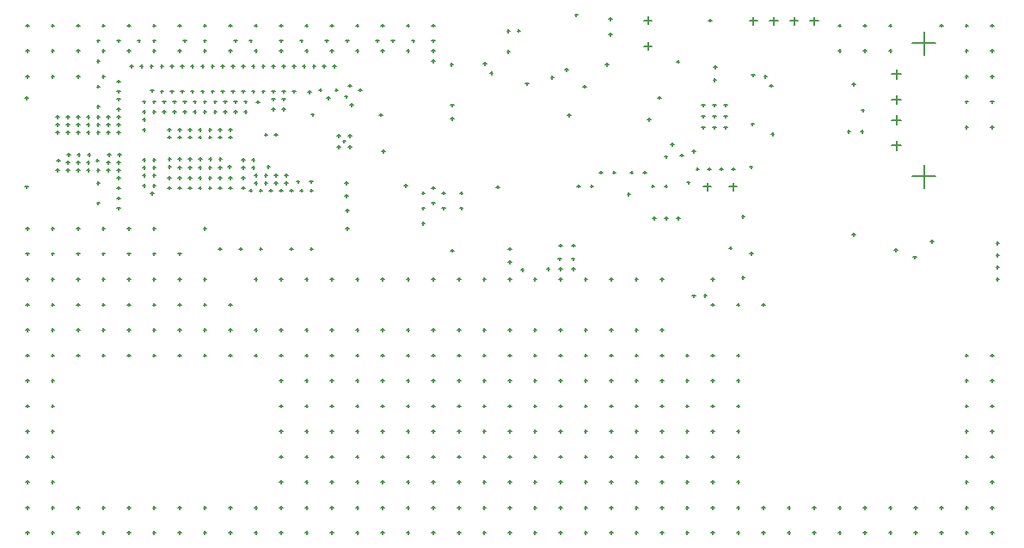
<source format=gbr>
%TF.GenerationSoftware,Altium Limited,Altium Designer,23.11.1 (41)*%
G04 Layer_Color=128*
%FSLAX45Y45*%
%MOMM*%
%TF.SameCoordinates,5A3C93BB-BC46-40EA-83D2-B686983C8B64*%
%TF.FilePolarity,Positive*%
%TF.FileFunction,Drillmap*%
%TF.Part,Single*%
G01*
G75*
%TA.AperFunction,NonConductor*%
%ADD94C,0.12700*%
D94*
X6324400Y5302500D02*
X6400600D01*
X6362500Y5264400D02*
Y5340600D01*
X6324400Y5048500D02*
X6400600D01*
X6362500Y5010400D02*
Y5086600D01*
X8966000Y5077000D02*
X9196000D01*
X9081000Y4962000D02*
Y5192000D01*
X8764000Y4520001D02*
X8856000D01*
X8810000Y4474001D02*
Y4566001D01*
X8764000Y4070000D02*
X8856000D01*
X8810000Y4024000D02*
Y4116000D01*
X8764000Y4320000D02*
X8856000D01*
X8810000Y4274000D02*
Y4366000D01*
X8966000Y3763000D02*
X9196000D01*
X9081000Y3648000D02*
Y3878000D01*
X8764000Y4770000D02*
X8856000D01*
X8810000Y4724000D02*
Y4816000D01*
X7760000Y5295000D02*
X7840000D01*
X7800000Y5255000D02*
Y5335000D01*
X7360000Y5295000D02*
X7440000D01*
X7400000Y5255000D02*
Y5335000D01*
X7560000Y5295000D02*
X7640000D01*
X7600000Y5255000D02*
Y5335000D01*
X7960000Y5295000D02*
X8040000D01*
X8000000Y5255000D02*
Y5335000D01*
X227500Y3662000D02*
X257500D01*
X242500Y3647000D02*
Y3677000D01*
X227500Y4538000D02*
X257500D01*
X242500Y4523000D02*
Y4553000D01*
X7164400Y3662500D02*
X7240600D01*
X7202500Y3624400D02*
Y3700600D01*
X6910400Y3662500D02*
X6986600D01*
X6948500Y3624400D02*
Y3700600D01*
X935000Y3700000D02*
X965000D01*
X950000Y3685000D02*
Y3715000D01*
X935000Y3500000D02*
X965000D01*
X950000Y3485000D02*
Y3515000D01*
X2335000Y3050000D02*
X2365000D01*
X2350000Y3035000D02*
Y3065000D01*
X2135000Y3050000D02*
X2165000D01*
X2150000Y3035000D02*
Y3065000D01*
X2535000Y3050000D02*
X2565000D01*
X2550000Y3035000D02*
Y3065000D01*
X2835000Y3050000D02*
X2865000D01*
X2850000Y3035000D02*
Y3065000D01*
X3035000Y3050000D02*
X3065000D01*
X3050000Y3035000D02*
Y3065000D01*
X4235000Y3500000D02*
X4265000D01*
X4250000Y3485000D02*
Y3515000D01*
X4235000Y3650000D02*
X4265000D01*
X4250000Y3635000D02*
Y3665000D01*
X4235000Y4900000D02*
X4265000D01*
X4250000Y4885000D02*
Y4915000D01*
X4235000Y5100000D02*
X4265000D01*
X4250000Y5085000D02*
Y5115000D01*
X4035000Y5100000D02*
X4065000D01*
X4050000Y5085000D02*
Y5115000D01*
X3835000Y5100000D02*
X3865000D01*
X3850000Y5085000D02*
Y5115000D01*
X3685000Y5100000D02*
X3715000D01*
X3700000Y5085000D02*
Y5115000D01*
X3385000Y5100000D02*
X3415000D01*
X3400000Y5085000D02*
Y5115000D01*
X3185000Y5100000D02*
X3215000D01*
X3200000Y5085000D02*
Y5115000D01*
X2935000Y5100000D02*
X2965000D01*
X2950000Y5085000D02*
Y5115000D01*
X2735000Y5100000D02*
X2765000D01*
X2750000Y5085000D02*
Y5115000D01*
X2435000Y5100000D02*
X2465000D01*
X2450000Y5085000D02*
Y5115000D01*
X2285000Y5100000D02*
X2315000D01*
X2300000Y5085000D02*
Y5115000D01*
X1985000Y5100000D02*
X2015000D01*
X2000000Y5085000D02*
Y5115000D01*
X1785000Y5100000D02*
X1815000D01*
X1800000Y5085000D02*
Y5115000D01*
X1485000Y5100000D02*
X1515000D01*
X1500000Y5085000D02*
Y5115000D01*
X1335000Y5100000D02*
X1365000D01*
X1350000Y5085000D02*
Y5115000D01*
X1135000Y5100000D02*
X1165000D01*
X1150000Y5085000D02*
Y5115000D01*
X935000Y5100000D02*
X965000D01*
X950000Y5085000D02*
Y5115000D01*
X935000Y4900000D02*
X965000D01*
X950000Y4885000D02*
Y4915000D01*
X935000Y4450000D02*
X965000D01*
X950000Y4435000D02*
Y4465000D01*
X935000Y4650000D02*
X965000D01*
X950000Y4635000D02*
Y4665000D01*
X5615000Y2850000D02*
X5645000D01*
X5630000Y2835000D02*
Y2865000D01*
X5485000Y2850000D02*
X5515000D01*
X5500000Y2835000D02*
Y2865000D01*
X5365000Y2850000D02*
X5395000D01*
X5380000Y2835000D02*
Y2865000D01*
X5110000Y2845000D02*
X5140000D01*
X5125000Y2830000D02*
Y2860000D01*
X4985000Y2920000D02*
X5015000D01*
X5000000Y2905000D02*
Y2935000D01*
X4985000Y3050000D02*
X5015000D01*
X5000000Y3035000D02*
Y3065000D01*
X5480000Y2950000D02*
X5510000D01*
X5495000Y2935000D02*
Y2965000D01*
X5610000Y2950000D02*
X5640000D01*
X5625000Y2935000D02*
Y2965000D01*
X4335000Y3450000D02*
X4365000D01*
X4350000Y3435000D02*
Y3465000D01*
X4335000Y3600000D02*
X4365000D01*
X4350000Y3585000D02*
Y3615000D01*
X4510000Y3450000D02*
X4540000D01*
X4525000Y3435000D02*
Y3465000D01*
X4510000Y3600000D02*
X4540000D01*
X4525000Y3585000D02*
Y3615000D01*
X3960000Y3675000D02*
X3990000D01*
X3975000Y3660000D02*
Y3690000D01*
X4135000Y3600000D02*
X4165000D01*
X4150000Y3585000D02*
Y3615000D01*
X4135000Y3450000D02*
X4165000D01*
X4150000Y3435000D02*
Y3465000D01*
X4135000Y3300000D02*
X4165000D01*
X4150000Y3285000D02*
Y3315000D01*
X3385000Y3250000D02*
X3415000D01*
X3400000Y3235000D02*
Y3265000D01*
X3385000Y3425000D02*
X3415000D01*
X3400000Y3410000D02*
Y3440000D01*
X2485000Y3700000D02*
X2515000D01*
X2500000Y3685000D02*
Y3715000D01*
X2585000Y3700000D02*
X2615000D01*
X2600000Y3685000D02*
Y3715000D01*
X2135000Y3850000D02*
X2165000D01*
X2150000Y3835000D02*
Y3865000D01*
X1485000Y3775000D02*
X1515000D01*
X1500000Y3760000D02*
Y3790000D01*
X1485000Y3675000D02*
X1515000D01*
X1500000Y3660000D02*
Y3690000D01*
X2360000Y3750000D02*
X2390000D01*
X2375000Y3735000D02*
Y3765000D01*
X2360000Y3650000D02*
X2390000D01*
X2375000Y3635000D02*
Y3665000D01*
X2235000Y3650000D02*
X2265000D01*
X2250000Y3635000D02*
Y3665000D01*
X2135000Y3650000D02*
X2165000D01*
X2150000Y3635000D02*
Y3665000D01*
X2035000Y3650000D02*
X2065000D01*
X2050000Y3635000D02*
Y3665000D01*
X1935000Y3650000D02*
X1965000D01*
X1950000Y3635000D02*
Y3665000D01*
X1835000Y3650000D02*
X1865000D01*
X1850000Y3635000D02*
Y3665000D01*
X1735000Y3650000D02*
X1765000D01*
X1750000Y3635000D02*
Y3665000D01*
X1635000Y3650000D02*
X1665000D01*
X1650000Y3635000D02*
Y3665000D01*
X3035000Y3625000D02*
X3065000D01*
X3050000Y3610000D02*
Y3640000D01*
X2935000Y3625000D02*
X2965000D01*
X2950000Y3610000D02*
Y3640000D01*
X2835000Y3625000D02*
X2865000D01*
X2850000Y3610000D02*
Y3640000D01*
X2735000Y3625000D02*
X2765000D01*
X2750000Y3610000D02*
Y3640000D01*
X2635000Y3625000D02*
X2665000D01*
X2650000Y3610000D02*
Y3640000D01*
X2535000Y3625000D02*
X2565000D01*
X2550000Y3610000D02*
Y3640000D01*
X2435000Y3625000D02*
X2465000D01*
X2450000Y3610000D02*
Y3640000D01*
X2235000Y3750000D02*
X2265000D01*
X2250000Y3735000D02*
Y3765000D01*
X2135000Y3750000D02*
X2165000D01*
X2150000Y3735000D02*
Y3765000D01*
X2035000Y3750000D02*
X2065000D01*
X2050000Y3735000D02*
Y3765000D01*
X1935000Y3750000D02*
X1965000D01*
X1950000Y3735000D02*
Y3765000D01*
X1835000Y3750000D02*
X1865000D01*
X1850000Y3735000D02*
Y3765000D01*
X1735000Y3750000D02*
X1765000D01*
X1750000Y3735000D02*
Y3765000D01*
X1635000Y3750000D02*
X1665000D01*
X1650000Y3735000D02*
Y3765000D01*
X2485000Y3775000D02*
X2515000D01*
X2500000Y3760000D02*
Y3790000D01*
X2585000Y3775000D02*
X2615000D01*
X2600000Y3760000D02*
Y3790000D01*
X2685000Y3700000D02*
X2715000D01*
X2700000Y3685000D02*
Y3715000D01*
X2785000Y3700000D02*
X2815000D01*
X2800000Y3685000D02*
Y3715000D01*
X2685000Y3775000D02*
X2715000D01*
X2700000Y3760000D02*
Y3790000D01*
X2785000Y3775000D02*
X2815000D01*
X2800000Y3760000D02*
Y3790000D01*
X2360000Y3850000D02*
X2390000D01*
X2375000Y3835000D02*
Y3865000D01*
X2460000Y3850000D02*
X2490000D01*
X2475000Y3835000D02*
Y3865000D01*
X1935000Y3850000D02*
X1965000D01*
X1950000Y3835000D02*
Y3865000D01*
X2035000Y3850000D02*
X2065000D01*
X2050000Y3835000D02*
Y3865000D01*
X1735000Y3850000D02*
X1765000D01*
X1750000Y3835000D02*
Y3865000D01*
X1835000Y3850000D02*
X1865000D01*
X1850000Y3835000D02*
Y3865000D01*
X2360000Y3925000D02*
X2390000D01*
X2375000Y3910000D02*
Y3940000D01*
X2460000Y3925000D02*
X2490000D01*
X2475000Y3910000D02*
Y3940000D01*
X1385000Y3775000D02*
X1415000D01*
X1400000Y3760000D02*
Y3790000D01*
X1385000Y3675000D02*
X1415000D01*
X1400000Y3660000D02*
Y3690000D01*
X1135000Y3550000D02*
X1165000D01*
X1150000Y3535000D02*
Y3565000D01*
X1135000Y3450000D02*
X1165000D01*
X1150000Y3435000D02*
Y3465000D01*
X1135000Y3750000D02*
X1165000D01*
X1150000Y3735000D02*
Y3765000D01*
X1135000Y3650000D02*
X1165000D01*
X1150000Y3635000D02*
Y3665000D01*
X1135000Y4700000D02*
X1165000D01*
X1150000Y4685000D02*
Y4715000D01*
X1135000Y4600000D02*
X1165000D01*
X1150000Y4585000D02*
Y4615000D01*
X1135000Y4525000D02*
X1165000D01*
X1150000Y4510000D02*
Y4540000D01*
X1135000Y4425000D02*
X1165000D01*
X1150000Y4410000D02*
Y4440000D01*
X1385000Y4325000D02*
X1415000D01*
X1400000Y4310000D02*
Y4340000D01*
X1385000Y4225000D02*
X1415000D01*
X1400000Y4210000D02*
Y4240000D01*
X1485000Y3850000D02*
X1515000D01*
X1500000Y3835000D02*
Y3865000D01*
X1385000Y3850000D02*
X1415000D01*
X1400000Y3835000D02*
Y3865000D01*
X1485000Y3925000D02*
X1515000D01*
X1500000Y3910000D02*
Y3940000D01*
X1385000Y3925000D02*
X1415000D01*
X1400000Y3910000D02*
Y3940000D01*
X2685000Y4175000D02*
X2715000D01*
X2700000Y4160000D02*
Y4190000D01*
X2585000Y4175000D02*
X2615000D01*
X2600000Y4160000D02*
Y4190000D01*
X2760000Y4425000D02*
X2790000D01*
X2775000Y4410000D02*
Y4440000D01*
X2760000Y4525000D02*
X2790000D01*
X2775000Y4510000D02*
Y4540000D01*
X2660000Y4425000D02*
X2690000D01*
X2675000Y4410000D02*
Y4440000D01*
X2660000Y4525000D02*
X2690000D01*
X2675000Y4510000D02*
Y4540000D01*
X2385000Y4400000D02*
X2415000D01*
X2400000Y4385000D02*
Y4415000D01*
X2385000Y4500000D02*
X2415000D01*
X2400000Y4485000D02*
Y4515000D01*
X2085000Y4500000D02*
X2115000D01*
X2100000Y4485000D02*
Y4515000D01*
X2185000Y4500000D02*
X2215000D01*
X2200000Y4485000D02*
Y4515000D01*
X2285000Y4500000D02*
X2315000D01*
X2300000Y4485000D02*
Y4515000D01*
X2085000Y4400000D02*
X2115000D01*
X2100000Y4385000D02*
Y4415000D01*
X2185000Y4400000D02*
X2215000D01*
X2200000Y4385000D02*
Y4415000D01*
X2285000Y4400000D02*
X2315000D01*
X2300000Y4385000D02*
Y4415000D01*
X3260000Y4850000D02*
X3290000D01*
X3275000Y4835000D02*
Y4865000D01*
X3160000Y4850000D02*
X3190000D01*
X3175000Y4835000D02*
Y4865000D01*
X3060000Y4850000D02*
X3090000D01*
X3075000Y4835000D02*
Y4865000D01*
X2960000Y4850000D02*
X2990000D01*
X2975000Y4835000D02*
Y4865000D01*
X2860000Y4850000D02*
X2890000D01*
X2875000Y4835000D02*
Y4865000D01*
X2760000Y4850000D02*
X2790000D01*
X2775000Y4835000D02*
Y4865000D01*
X2660000Y4850000D02*
X2690000D01*
X2675000Y4835000D02*
Y4865000D01*
X2560000Y4850000D02*
X2590000D01*
X2575000Y4835000D02*
Y4865000D01*
X2460000Y4850000D02*
X2490000D01*
X2475000Y4835000D02*
Y4865000D01*
X2360000Y4850000D02*
X2390000D01*
X2375000Y4835000D02*
Y4865000D01*
X2260000Y4850000D02*
X2290000D01*
X2275000Y4835000D02*
Y4865000D01*
X2160000Y4850000D02*
X2190000D01*
X2175000Y4835000D02*
Y4865000D01*
X2060000Y4850000D02*
X2090000D01*
X2075000Y4835000D02*
Y4865000D01*
X1960000Y4850000D02*
X1990000D01*
X1975000Y4835000D02*
Y4865000D01*
X1860000Y4850000D02*
X1890000D01*
X1875000Y4835000D02*
Y4865000D01*
X1760000Y4850000D02*
X1790000D01*
X1775000Y4835000D02*
Y4865000D01*
X1660000Y4850000D02*
X1690000D01*
X1675000Y4835000D02*
Y4865000D01*
X1560000Y4850000D02*
X1590000D01*
X1575000Y4835000D02*
Y4865000D01*
X1460000Y4850000D02*
X1490000D01*
X1475000Y4835000D02*
Y4865000D01*
X1360000Y4850000D02*
X1390000D01*
X1375000Y4835000D02*
Y4865000D01*
X1260000Y4850000D02*
X1290000D01*
X1275000Y4835000D02*
Y4865000D01*
X2860000Y4600000D02*
X2890000D01*
X2875000Y4585000D02*
Y4615000D01*
X2760000Y4600000D02*
X2790000D01*
X2775000Y4585000D02*
Y4615000D01*
X2660000Y4600000D02*
X2690000D01*
X2675000Y4585000D02*
Y4615000D01*
X2560000Y4600000D02*
X2590000D01*
X2575000Y4585000D02*
Y4615000D01*
X2460000Y4600000D02*
X2490000D01*
X2475000Y4585000D02*
Y4615000D01*
X2360000Y4600000D02*
X2390000D01*
X2375000Y4585000D02*
Y4615000D01*
X2260000Y4600000D02*
X2290000D01*
X2275000Y4585000D02*
Y4615000D01*
X1985000Y4400000D02*
X2015000D01*
X2000000Y4385000D02*
Y4415000D01*
X1885000Y4400000D02*
X1915000D01*
X1900000Y4385000D02*
Y4415000D01*
X1785000Y4400000D02*
X1815000D01*
X1800000Y4385000D02*
Y4415000D01*
X1685000Y4400000D02*
X1715000D01*
X1700000Y4385000D02*
Y4415000D01*
X1585000Y4400000D02*
X1615000D01*
X1600000Y4385000D02*
Y4415000D01*
X1485000Y4400000D02*
X1515000D01*
X1500000Y4385000D02*
Y4415000D01*
X1385000Y4400000D02*
X1415000D01*
X1400000Y4385000D02*
Y4415000D01*
X1985000Y4500000D02*
X2015000D01*
X2000000Y4485000D02*
Y4515000D01*
X1885000Y4500000D02*
X1915000D01*
X1900000Y4485000D02*
Y4515000D01*
X1785000Y4500000D02*
X1815000D01*
X1800000Y4485000D02*
Y4515000D01*
X1685000Y4500000D02*
X1715000D01*
X1700000Y4485000D02*
Y4515000D01*
X1585000Y4500000D02*
X1615000D01*
X1600000Y4485000D02*
Y4515000D01*
X1485000Y4500000D02*
X1515000D01*
X1500000Y4485000D02*
Y4515000D01*
X1385000Y4500000D02*
X1415000D01*
X1400000Y4485000D02*
Y4515000D01*
X2160000Y4600000D02*
X2190000D01*
X2175000Y4585000D02*
Y4615000D01*
X2060000Y4600000D02*
X2090000D01*
X2075000Y4585000D02*
Y4615000D01*
X1960000Y4600000D02*
X1990000D01*
X1975000Y4585000D02*
Y4615000D01*
X1860000Y4600000D02*
X1890000D01*
X1875000Y4585000D02*
Y4615000D01*
X1760000Y4600000D02*
X1790000D01*
X1775000Y4585000D02*
Y4615000D01*
X1660000Y4600000D02*
X1690000D01*
X1675000Y4585000D02*
Y4615000D01*
X1560000Y4600000D02*
X1590000D01*
X1575000Y4585000D02*
Y4615000D01*
X1135000Y3900000D02*
X1165000D01*
X1150000Y3885000D02*
Y3915000D01*
X1035000Y3900000D02*
X1065000D01*
X1050000Y3885000D02*
Y3915000D01*
X835000Y3900000D02*
X865000D01*
X850000Y3885000D02*
Y3915000D01*
X735000Y3900000D02*
X765000D01*
X750000Y3885000D02*
Y3915000D01*
X635000Y3900000D02*
X665000D01*
X650000Y3885000D02*
Y3915000D01*
X535000Y3825000D02*
X565000D01*
X550000Y3810000D02*
Y3840000D01*
X635000Y3825000D02*
X665000D01*
X650000Y3810000D02*
Y3840000D01*
X735000Y3825000D02*
X765000D01*
X750000Y3810000D02*
Y3840000D01*
X835000Y3825000D02*
X865000D01*
X850000Y3810000D02*
Y3840000D01*
X935000Y3825000D02*
X965000D01*
X950000Y3810000D02*
Y3840000D01*
X1035000Y3825000D02*
X1065000D01*
X1050000Y3810000D02*
Y3840000D01*
X1135000Y3825000D02*
X1165000D01*
X1150000Y3810000D02*
Y3840000D01*
X535000Y4350000D02*
X565000D01*
X550000Y4335000D02*
Y4365000D01*
X635000Y4350000D02*
X665000D01*
X650000Y4335000D02*
Y4365000D01*
X735000Y4350000D02*
X765000D01*
X750000Y4335000D02*
Y4365000D01*
X835000Y4350000D02*
X865000D01*
X850000Y4335000D02*
Y4365000D01*
X935000Y4350000D02*
X965000D01*
X950000Y4335000D02*
Y4365000D01*
X1035000Y4350000D02*
X1065000D01*
X1050000Y4335000D02*
Y4365000D01*
X1135000Y4350000D02*
X1165000D01*
X1150000Y4335000D02*
Y4365000D01*
X535000Y4275000D02*
X565000D01*
X550000Y4260000D02*
Y4290000D01*
X635000Y4275000D02*
X665000D01*
X650000Y4260000D02*
Y4290000D01*
X735000Y4275000D02*
X765000D01*
X750000Y4260000D02*
Y4290000D01*
X835000Y4275000D02*
X865000D01*
X850000Y4260000D02*
Y4290000D01*
X935000Y4275000D02*
X965000D01*
X950000Y4260000D02*
Y4290000D01*
X1035000Y4275000D02*
X1065000D01*
X1050000Y4260000D02*
Y4290000D01*
X1135000Y4275000D02*
X1165000D01*
X1150000Y4260000D02*
Y4290000D01*
X642500Y3977500D02*
X672500D01*
X657500Y3962500D02*
Y3992500D01*
X742500Y3977500D02*
X772500D01*
X757500Y3962500D02*
Y3992500D01*
X842500Y3977500D02*
X872500D01*
X857500Y3962500D02*
Y3992500D01*
X1042500Y3977500D02*
X1072500D01*
X1057500Y3962500D02*
Y3992500D01*
X1142500Y3977500D02*
X1172500D01*
X1157500Y3962500D02*
Y3992500D01*
X1637500Y3935000D02*
X1667500D01*
X1652500Y3920000D02*
Y3950000D01*
X1737500Y3935000D02*
X1767500D01*
X1752500Y3920000D02*
Y3950000D01*
X1837500Y3935000D02*
X1867500D01*
X1852500Y3920000D02*
Y3950000D01*
X1937500Y3935000D02*
X1967500D01*
X1952500Y3920000D02*
Y3950000D01*
X2037500Y3935000D02*
X2067500D01*
X2052500Y3920000D02*
Y3950000D01*
X2137500Y3935000D02*
X2167500D01*
X2152500Y3920000D02*
Y3950000D01*
X1635000Y4225000D02*
X1665000D01*
X1650000Y4210000D02*
Y4240000D01*
X1735000Y4225000D02*
X1765000D01*
X1750000Y4210000D02*
Y4240000D01*
X1835000Y4225000D02*
X1865000D01*
X1850000Y4210000D02*
Y4240000D01*
X1935000Y4225000D02*
X1965000D01*
X1950000Y4210000D02*
Y4240000D01*
X2035000Y4225000D02*
X2065000D01*
X2050000Y4210000D02*
Y4240000D01*
X2135000Y4225000D02*
X2165000D01*
X2150000Y4210000D02*
Y4240000D01*
X2235000Y4225000D02*
X2265000D01*
X2250000Y4210000D02*
Y4240000D01*
X1635000Y4150000D02*
X1665000D01*
X1650000Y4135000D02*
Y4165000D01*
X1735000Y4150000D02*
X1765000D01*
X1750000Y4135000D02*
Y4165000D01*
X1835000Y4150000D02*
X1865000D01*
X1850000Y4135000D02*
Y4165000D01*
X1935000Y4150000D02*
X1965000D01*
X1950000Y4135000D02*
Y4165000D01*
X2035000Y4150000D02*
X2065000D01*
X2050000Y4135000D02*
Y4165000D01*
X2135000Y4150000D02*
X2165000D01*
X2150000Y4135000D02*
Y4165000D01*
X2235000Y4150000D02*
X2265000D01*
X2250000Y4135000D02*
Y4165000D01*
X1135000Y4200000D02*
X1165000D01*
X1150000Y4185000D02*
Y4215000D01*
X1035000Y4200000D02*
X1065000D01*
X1050000Y4185000D02*
Y4215000D01*
X935000Y4200000D02*
X965000D01*
X950000Y4185000D02*
Y4215000D01*
X835000Y4200000D02*
X865000D01*
X850000Y4185000D02*
Y4215000D01*
X735000Y4200000D02*
X765000D01*
X750000Y4185000D02*
Y4215000D01*
X635000Y4200000D02*
X665000D01*
X650000Y4185000D02*
Y4215000D01*
X535000Y4200000D02*
X565000D01*
X550000Y4185000D02*
Y4215000D01*
X6985000Y2750000D02*
X7015000D01*
X7000000Y2735000D02*
Y2765000D01*
X6485000Y2750000D02*
X6515000D01*
X6500000Y2735000D02*
Y2765000D01*
X6235000Y2750000D02*
X6265000D01*
X6250000Y2735000D02*
Y2765000D01*
X5985000Y2750000D02*
X6015000D01*
X6000000Y2735000D02*
Y2765000D01*
X5485000Y2750000D02*
X5515000D01*
X5500000Y2735000D02*
Y2765000D01*
X5735000Y2750000D02*
X5765000D01*
X5750000Y2735000D02*
Y2765000D01*
X5235000Y2750000D02*
X5265000D01*
X5250000Y2735000D02*
Y2765000D01*
X4985000Y2750000D02*
X5015000D01*
X5000000Y2735000D02*
Y2765000D01*
X4735000Y2750000D02*
X4765000D01*
X4750000Y2735000D02*
Y2765000D01*
X4485000Y2750000D02*
X4515000D01*
X4500000Y2735000D02*
Y2765000D01*
X4235000Y2750000D02*
X4265000D01*
X4250000Y2735000D02*
Y2765000D01*
X3985000Y2750000D02*
X4015000D01*
X4000000Y2735000D02*
Y2765000D01*
X3735000Y2750000D02*
X3765000D01*
X3750000Y2735000D02*
Y2765000D01*
X3485000Y2750000D02*
X3515000D01*
X3500000Y2735000D02*
Y2765000D01*
X3235000Y2750000D02*
X3265000D01*
X3250000Y2735000D02*
Y2765000D01*
X2985000Y2750000D02*
X3015000D01*
X3000000Y2735000D02*
Y2765000D01*
X2735000Y2750000D02*
X2765000D01*
X2750000Y2735000D02*
Y2765000D01*
X2485000Y2750000D02*
X2515000D01*
X2500000Y2735000D02*
Y2765000D01*
X7485000Y2500000D02*
X7515000D01*
X7500000Y2485000D02*
Y2515000D01*
X7235000Y2500000D02*
X7265000D01*
X7250000Y2485000D02*
Y2515000D01*
X6985000Y2500000D02*
X7015000D01*
X7000000Y2485000D02*
Y2515000D01*
X6485000Y2250000D02*
X6515000D01*
X6500000Y2235000D02*
Y2265000D01*
X5985000Y2250000D02*
X6015000D01*
X6000000Y2235000D02*
Y2265000D01*
X6235000Y2250000D02*
X6265000D01*
X6250000Y2235000D02*
Y2265000D01*
X5735000Y2250000D02*
X5765000D01*
X5750000Y2235000D02*
Y2265000D01*
X5485000Y2250000D02*
X5515000D01*
X5500000Y2235000D02*
Y2265000D01*
X5235000Y2250000D02*
X5265000D01*
X5250000Y2235000D02*
Y2265000D01*
X4985000Y2250000D02*
X5015000D01*
X5000000Y2235000D02*
Y2265000D01*
X4735000Y2250000D02*
X4765000D01*
X4750000Y2235000D02*
Y2265000D01*
X4485000Y2250000D02*
X4515000D01*
X4500000Y2235000D02*
Y2265000D01*
X4235000Y2250000D02*
X4265000D01*
X4250000Y2235000D02*
Y2265000D01*
X3985000Y2250000D02*
X4015000D01*
X4000000Y2235000D02*
Y2265000D01*
X3735000Y2250000D02*
X3765000D01*
X3750000Y2235000D02*
Y2265000D01*
X3485000Y2250000D02*
X3515000D01*
X3500000Y2235000D02*
Y2265000D01*
X3235000Y2250000D02*
X3265000D01*
X3250000Y2235000D02*
Y2265000D01*
X2735000Y2250000D02*
X2765000D01*
X2750000Y2235000D02*
Y2265000D01*
X2985000Y2250000D02*
X3015000D01*
X3000000Y2235000D02*
Y2265000D01*
X2235000Y2500000D02*
X2265000D01*
X2250000Y2485000D02*
Y2515000D01*
X2485000Y2250000D02*
X2515000D01*
X2500000Y2235000D02*
Y2265000D01*
X2235000Y2250000D02*
X2265000D01*
X2250000Y2235000D02*
Y2265000D01*
X2485000Y2000000D02*
X2515000D01*
X2500000Y1985000D02*
Y2015000D01*
X2235000Y2000000D02*
X2265000D01*
X2250000Y1985000D02*
Y2015000D01*
X735000Y3250000D02*
X765000D01*
X750000Y3235000D02*
Y3265000D01*
X985000Y3250000D02*
X1015000D01*
X1000000Y3235000D02*
Y3265000D01*
X1235000Y3250000D02*
X1265000D01*
X1250000Y3235000D02*
Y3265000D01*
X1485000Y3250000D02*
X1515000D01*
X1500000Y3235000D02*
Y3265000D01*
X1985000Y3250000D02*
X2015000D01*
X2000000Y3235000D02*
Y3265000D01*
X735000Y3000000D02*
X765000D01*
X750000Y2985000D02*
Y3015000D01*
X985000Y3000000D02*
X1015000D01*
X1000000Y2985000D02*
Y3015000D01*
X1235000Y3000000D02*
X1265000D01*
X1250000Y2985000D02*
Y3015000D01*
X1485000Y3000000D02*
X1515000D01*
X1500000Y2985000D02*
Y3015000D01*
X1735000Y3000000D02*
X1765000D01*
X1750000Y2985000D02*
Y3015000D01*
X735000Y2750000D02*
X765000D01*
X750000Y2735000D02*
Y2765000D01*
X985000Y2750000D02*
X1015000D01*
X1000000Y2735000D02*
Y2765000D01*
X1235000Y2750000D02*
X1265000D01*
X1250000Y2735000D02*
Y2765000D01*
X1485000Y2750000D02*
X1515000D01*
X1500000Y2735000D02*
Y2765000D01*
X1735000Y2750000D02*
X1765000D01*
X1750000Y2735000D02*
Y2765000D01*
X1985000Y2750000D02*
X2015000D01*
X2000000Y2735000D02*
Y2765000D01*
X735000Y2500000D02*
X765000D01*
X750000Y2485000D02*
Y2515000D01*
X985000Y2500000D02*
X1015000D01*
X1000000Y2485000D02*
Y2515000D01*
X1235000Y2500000D02*
X1265000D01*
X1250000Y2485000D02*
Y2515000D01*
X1485000Y2500000D02*
X1515000D01*
X1500000Y2485000D02*
Y2515000D01*
X1735000Y2500000D02*
X1765000D01*
X1750000Y2485000D02*
Y2515000D01*
X1985000Y2500000D02*
X2015000D01*
X2000000Y2485000D02*
Y2515000D01*
X735000Y2250000D02*
X765000D01*
X750000Y2235000D02*
Y2265000D01*
X985000Y2250000D02*
X1015000D01*
X1000000Y2235000D02*
Y2265000D01*
X1235000Y2250000D02*
X1265000D01*
X1250000Y2235000D02*
Y2265000D01*
X1485000Y2250000D02*
X1515000D01*
X1500000Y2235000D02*
Y2265000D01*
X1735000Y2250000D02*
X1765000D01*
X1750000Y2235000D02*
Y2265000D01*
X1985000Y2250000D02*
X2015000D01*
X2000000Y2235000D02*
Y2265000D01*
X1985000Y2000000D02*
X2015000D01*
X2000000Y1985000D02*
Y2015000D01*
X1735000Y2000000D02*
X1765000D01*
X1750000Y1985000D02*
Y2015000D01*
X1485000Y2000000D02*
X1515000D01*
X1500000Y1985000D02*
Y2015000D01*
X1235000Y2000000D02*
X1265000D01*
X1250000Y1985000D02*
Y2015000D01*
X985000Y2000000D02*
X1015000D01*
X1000000Y1985000D02*
Y2015000D01*
X735000Y2000000D02*
X765000D01*
X750000Y1985000D02*
Y2015000D01*
X2735000Y1750000D02*
X2765000D01*
X2750000Y1735000D02*
Y1765000D01*
X2985000Y1750000D02*
X3015000D01*
X3000000Y1735000D02*
Y1765000D01*
X3235000Y1750000D02*
X3265000D01*
X3250000Y1735000D02*
Y1765000D01*
X3485000Y1750000D02*
X3515000D01*
X3500000Y1735000D02*
Y1765000D01*
X3735000Y1750000D02*
X3765000D01*
X3750000Y1735000D02*
Y1765000D01*
X3985000Y1750000D02*
X4015000D01*
X4000000Y1735000D02*
Y1765000D01*
X4235000Y1750000D02*
X4265000D01*
X4250000Y1735000D02*
Y1765000D01*
X4485000Y1750000D02*
X4515000D01*
X4500000Y1735000D02*
Y1765000D01*
X4735000Y1750000D02*
X4765000D01*
X4750000Y1735000D02*
Y1765000D01*
X4985000Y1750000D02*
X5015000D01*
X5000000Y1735000D02*
Y1765000D01*
X5235000Y1750000D02*
X5265000D01*
X5250000Y1735000D02*
Y1765000D01*
X5485000Y1750000D02*
X5515000D01*
X5500000Y1735000D02*
Y1765000D01*
X5735000Y1750000D02*
X5765000D01*
X5750000Y1735000D02*
Y1765000D01*
X5985000Y1750000D02*
X6015000D01*
X6000000Y1735000D02*
Y1765000D01*
X6235000Y1750000D02*
X6265000D01*
X6250000Y1735000D02*
Y1765000D01*
X6485000Y1750000D02*
X6515000D01*
X6500000Y1735000D02*
Y1765000D01*
X6735000Y1750000D02*
X6765000D01*
X6750000Y1735000D02*
Y1765000D01*
X7235000Y1750000D02*
X7265000D01*
X7250000Y1735000D02*
Y1765000D01*
X6985000Y1750000D02*
X7015000D01*
X7000000Y1735000D02*
Y1765000D01*
X2735000Y2000000D02*
X2765000D01*
X2750000Y1985000D02*
Y2015000D01*
X2985000Y2000000D02*
X3015000D01*
X3000000Y1985000D02*
Y2015000D01*
X3235000Y2000000D02*
X3265000D01*
X3250000Y1985000D02*
Y2015000D01*
X3485000Y2000000D02*
X3515000D01*
X3500000Y1985000D02*
Y2015000D01*
X3735000Y2000000D02*
X3765000D01*
X3750000Y1985000D02*
Y2015000D01*
X3985000Y2000000D02*
X4015000D01*
X4000000Y1985000D02*
Y2015000D01*
X4235000Y2000000D02*
X4265000D01*
X4250000Y1985000D02*
Y2015000D01*
X4485000Y2000000D02*
X4515000D01*
X4500000Y1985000D02*
Y2015000D01*
X4735000Y2000000D02*
X4765000D01*
X4750000Y1985000D02*
Y2015000D01*
X4985000Y2000000D02*
X5015000D01*
X5000000Y1985000D02*
Y2015000D01*
X5235000Y2000000D02*
X5265000D01*
X5250000Y1985000D02*
Y2015000D01*
X5735000Y2000000D02*
X5765000D01*
X5750000Y1985000D02*
Y2015000D01*
X5485000Y2000000D02*
X5515000D01*
X5500000Y1985000D02*
Y2015000D01*
X5985000Y2000000D02*
X6015000D01*
X6000000Y1985000D02*
Y2015000D01*
X6235000Y2000000D02*
X6265000D01*
X6250000Y1985000D02*
Y2015000D01*
X6485000Y2000000D02*
X6515000D01*
X6500000Y1985000D02*
Y2015000D01*
X6735000Y2000000D02*
X6765000D01*
X6750000Y1985000D02*
Y2015000D01*
X6985000Y2000000D02*
X7015000D01*
X7000000Y1985000D02*
Y2015000D01*
X7235000Y2000000D02*
X7265000D01*
X7250000Y1985000D02*
Y2015000D01*
X2735000Y1250000D02*
X2765000D01*
X2750000Y1235000D02*
Y1265000D01*
X2985000Y1250000D02*
X3015000D01*
X3000000Y1235000D02*
Y1265000D01*
X3235000Y1250000D02*
X3265000D01*
X3250000Y1235000D02*
Y1265000D01*
X3485000Y1250000D02*
X3515000D01*
X3500000Y1235000D02*
Y1265000D01*
X3735000Y1250000D02*
X3765000D01*
X3750000Y1235000D02*
Y1265000D01*
X3985000Y1250000D02*
X4015000D01*
X4000000Y1235000D02*
Y1265000D01*
X4235000Y1250000D02*
X4265000D01*
X4250000Y1235000D02*
Y1265000D01*
X4485000Y1250000D02*
X4515000D01*
X4500000Y1235000D02*
Y1265000D01*
X4735000Y1250000D02*
X4765000D01*
X4750000Y1235000D02*
Y1265000D01*
X4985000Y1250000D02*
X5015000D01*
X5000000Y1235000D02*
Y1265000D01*
X5235000Y1250000D02*
X5265000D01*
X5250000Y1235000D02*
Y1265000D01*
X5485000Y1250000D02*
X5515000D01*
X5500000Y1235000D02*
Y1265000D01*
X5735000Y1250000D02*
X5765000D01*
X5750000Y1235000D02*
Y1265000D01*
X5985000Y1250000D02*
X6015000D01*
X6000000Y1235000D02*
Y1265000D01*
X6235000Y1250000D02*
X6265000D01*
X6250000Y1235000D02*
Y1265000D01*
X6485000Y1250000D02*
X6515000D01*
X6500000Y1235000D02*
Y1265000D01*
X6735000Y1250000D02*
X6765000D01*
X6750000Y1235000D02*
Y1265000D01*
X7235000Y1250000D02*
X7265000D01*
X7250000Y1235000D02*
Y1265000D01*
X6985000Y1250000D02*
X7015000D01*
X7000000Y1235000D02*
Y1265000D01*
X2735000Y1500000D02*
X2765000D01*
X2750000Y1485000D02*
Y1515000D01*
X2985000Y1500000D02*
X3015000D01*
X3000000Y1485000D02*
Y1515000D01*
X3235000Y1500000D02*
X3265000D01*
X3250000Y1485000D02*
Y1515000D01*
X3485000Y1500000D02*
X3515000D01*
X3500000Y1485000D02*
Y1515000D01*
X3735000Y1500000D02*
X3765000D01*
X3750000Y1485000D02*
Y1515000D01*
X3985000Y1500000D02*
X4015000D01*
X4000000Y1485000D02*
Y1515000D01*
X4235000Y1500000D02*
X4265000D01*
X4250000Y1485000D02*
Y1515000D01*
X4485000Y1500000D02*
X4515000D01*
X4500000Y1485000D02*
Y1515000D01*
X4735000Y1500000D02*
X4765000D01*
X4750000Y1485000D02*
Y1515000D01*
X4985000Y1500000D02*
X5015000D01*
X5000000Y1485000D02*
Y1515000D01*
X5235000Y1500000D02*
X5265000D01*
X5250000Y1485000D02*
Y1515000D01*
X5735000Y1500000D02*
X5765000D01*
X5750000Y1485000D02*
Y1515000D01*
X5485000Y1500000D02*
X5515000D01*
X5500000Y1485000D02*
Y1515000D01*
X5985000Y1500000D02*
X6015000D01*
X6000000Y1485000D02*
Y1515000D01*
X6235000Y1500000D02*
X6265000D01*
X6250000Y1485000D02*
Y1515000D01*
X6485000Y1500000D02*
X6515000D01*
X6500000Y1485000D02*
Y1515000D01*
X6735000Y1500000D02*
X6765000D01*
X6750000Y1485000D02*
Y1515000D01*
X6985000Y1500000D02*
X7015000D01*
X7000000Y1485000D02*
Y1515000D01*
X7235000Y1500000D02*
X7265000D01*
X7250000Y1485000D02*
Y1515000D01*
X2735000Y750000D02*
X2765000D01*
X2750000Y735000D02*
Y765000D01*
X2985000Y750000D02*
X3015000D01*
X3000000Y735000D02*
Y765000D01*
X3235000Y750000D02*
X3265000D01*
X3250000Y735000D02*
Y765000D01*
X3485000Y750000D02*
X3515000D01*
X3500000Y735000D02*
Y765000D01*
X3735000Y750000D02*
X3765000D01*
X3750000Y735000D02*
Y765000D01*
X3985000Y750000D02*
X4015000D01*
X4000000Y735000D02*
Y765000D01*
X4235000Y750000D02*
X4265000D01*
X4250000Y735000D02*
Y765000D01*
X4485000Y750000D02*
X4515000D01*
X4500000Y735000D02*
Y765000D01*
X4735000Y750000D02*
X4765000D01*
X4750000Y735000D02*
Y765000D01*
X4985000Y750000D02*
X5015000D01*
X5000000Y735000D02*
Y765000D01*
X5235000Y750000D02*
X5265000D01*
X5250000Y735000D02*
Y765000D01*
X5485000Y750000D02*
X5515000D01*
X5500000Y735000D02*
Y765000D01*
X5735000Y750000D02*
X5765000D01*
X5750000Y735000D02*
Y765000D01*
X5985000Y750000D02*
X6015000D01*
X6000000Y735000D02*
Y765000D01*
X6235000Y750000D02*
X6265000D01*
X6250000Y735000D02*
Y765000D01*
X6485000Y750000D02*
X6515000D01*
X6500000Y735000D02*
Y765000D01*
X6735000Y750000D02*
X6765000D01*
X6750000Y735000D02*
Y765000D01*
X7235000Y750000D02*
X7265000D01*
X7250000Y735000D02*
Y765000D01*
X6985000Y750000D02*
X7015000D01*
X7000000Y735000D02*
Y765000D01*
X2735000Y1000000D02*
X2765000D01*
X2750000Y985000D02*
Y1015000D01*
X2985000Y1000000D02*
X3015000D01*
X3000000Y985000D02*
Y1015000D01*
X3235000Y1000000D02*
X3265000D01*
X3250000Y985000D02*
Y1015000D01*
X3485000Y1000000D02*
X3515000D01*
X3500000Y985000D02*
Y1015000D01*
X3735000Y1000000D02*
X3765000D01*
X3750000Y985000D02*
Y1015000D01*
X3985000Y1000000D02*
X4015000D01*
X4000000Y985000D02*
Y1015000D01*
X4235000Y1000000D02*
X4265000D01*
X4250000Y985000D02*
Y1015000D01*
X4485000Y1000000D02*
X4515000D01*
X4500000Y985000D02*
Y1015000D01*
X4735000Y1000000D02*
X4765000D01*
X4750000Y985000D02*
Y1015000D01*
X4985000Y1000000D02*
X5015000D01*
X5000000Y985000D02*
Y1015000D01*
X5235000Y1000000D02*
X5265000D01*
X5250000Y985000D02*
Y1015000D01*
X5735000Y1000000D02*
X5765000D01*
X5750000Y985000D02*
Y1015000D01*
X5485000Y1000000D02*
X5515000D01*
X5500000Y985000D02*
Y1015000D01*
X5985000Y1000000D02*
X6015000D01*
X6000000Y985000D02*
Y1015000D01*
X6235000Y1000000D02*
X6265000D01*
X6250000Y985000D02*
Y1015000D01*
X6485000Y1000000D02*
X6515000D01*
X6500000Y985000D02*
Y1015000D01*
X6735000Y1000000D02*
X6765000D01*
X6750000Y985000D02*
Y1015000D01*
X6985000Y1000000D02*
X7015000D01*
X7000000Y985000D02*
Y1015000D01*
X7235000Y1000000D02*
X7265000D01*
X7250000Y985000D02*
Y1015000D01*
X8235000Y5000000D02*
X8265000D01*
X8250000Y4985000D02*
Y5015000D01*
X8485000Y5000000D02*
X8515000D01*
X8500000Y4985000D02*
Y5015000D01*
X8735000Y5000000D02*
X8765000D01*
X8750000Y4985000D02*
Y5015000D01*
X9485000Y5000000D02*
X9515000D01*
X9500000Y4985000D02*
Y5015000D01*
X9485000Y4750000D02*
X9515000D01*
X9500000Y4735000D02*
Y4765000D01*
X9485000Y4500000D02*
X9515000D01*
X9500000Y4485000D02*
Y4515000D01*
X9485000Y4250000D02*
X9515000D01*
X9500000Y4235000D02*
Y4265000D01*
X9485000Y2000000D02*
X9515000D01*
X9500000Y1985000D02*
Y2015000D01*
X9485000Y1750000D02*
X9515000D01*
X9500000Y1735000D02*
Y1765000D01*
X9485000Y1500000D02*
X9515000D01*
X9500000Y1485000D02*
Y1515000D01*
X9485000Y1250000D02*
X9515000D01*
X9500000Y1235000D02*
Y1265000D01*
X9485000Y1000000D02*
X9515000D01*
X9500000Y985000D02*
Y1015000D01*
X9485000Y750000D02*
X9515000D01*
X9500000Y735000D02*
Y765000D01*
X9485000Y500000D02*
X9515000D01*
X9500000Y485000D02*
Y515000D01*
X9235000Y500000D02*
X9265000D01*
X9250000Y485000D02*
Y515000D01*
X8985000Y500000D02*
X9015000D01*
X9000000Y485000D02*
Y515000D01*
X8735000Y500000D02*
X8765000D01*
X8750000Y485000D02*
Y515000D01*
X8485000Y500000D02*
X8515000D01*
X8500000Y485000D02*
Y515000D01*
X8235000Y500000D02*
X8265000D01*
X8250000Y485000D02*
Y515000D01*
X7985000Y500000D02*
X8015000D01*
X8000000Y485000D02*
Y515000D01*
X7485000Y500000D02*
X7515000D01*
X7500000Y485000D02*
Y515000D01*
X7735000Y500000D02*
X7765000D01*
X7750000Y485000D02*
Y515000D01*
X7235000Y500000D02*
X7265000D01*
X7250000Y485000D02*
Y515000D01*
X6985000Y500000D02*
X7015000D01*
X7000000Y485000D02*
Y515000D01*
X6735000Y500000D02*
X6765000D01*
X6750000Y485000D02*
Y515000D01*
X6485000Y500000D02*
X6515000D01*
X6500000Y485000D02*
Y515000D01*
X6235000Y500000D02*
X6265000D01*
X6250000Y485000D02*
Y515000D01*
X5985000Y500000D02*
X6015000D01*
X6000000Y485000D02*
Y515000D01*
X5485000Y500000D02*
X5515000D01*
X5500000Y485000D02*
Y515000D01*
X5735000Y500000D02*
X5765000D01*
X5750000Y485000D02*
Y515000D01*
X5235000Y500000D02*
X5265000D01*
X5250000Y485000D02*
Y515000D01*
X4985000Y500000D02*
X5015000D01*
X5000000Y485000D02*
Y515000D01*
X4735000Y500000D02*
X4765000D01*
X4750000Y485000D02*
Y515000D01*
X4485000Y500000D02*
X4515000D01*
X4500000Y485000D02*
Y515000D01*
X4235000Y500000D02*
X4265000D01*
X4250000Y485000D02*
Y515000D01*
X3985000Y500000D02*
X4015000D01*
X4000000Y485000D02*
Y515000D01*
X3735000Y500000D02*
X3765000D01*
X3750000Y485000D02*
Y515000D01*
X3485000Y500000D02*
X3515000D01*
X3500000Y485000D02*
Y515000D01*
X3235000Y500000D02*
X3265000D01*
X3250000Y485000D02*
Y515000D01*
X2985000Y500000D02*
X3015000D01*
X3000000Y485000D02*
Y515000D01*
X2735000Y500000D02*
X2765000D01*
X2750000Y485000D02*
Y515000D01*
X2485000Y500000D02*
X2515000D01*
X2500000Y485000D02*
Y515000D01*
X2235000Y500000D02*
X2265000D01*
X2250000Y485000D02*
Y515000D01*
X1985000Y500000D02*
X2015000D01*
X2000000Y485000D02*
Y515000D01*
X1735000Y500000D02*
X1765000D01*
X1750000Y485000D02*
Y515000D01*
X1485000Y500000D02*
X1515000D01*
X1500000Y485000D02*
Y515000D01*
X1235000Y500000D02*
X1265000D01*
X1250000Y485000D02*
Y515000D01*
X985000Y500000D02*
X1015000D01*
X1000000Y485000D02*
Y515000D01*
X735000Y500000D02*
X765000D01*
X750000Y485000D02*
Y515000D01*
X485000Y500000D02*
X515000D01*
X500000Y485000D02*
Y515000D01*
X485000Y750000D02*
X515000D01*
X500000Y735000D02*
Y765000D01*
X485000Y1000000D02*
X515000D01*
X500000Y985000D02*
Y1015000D01*
X485000Y1250000D02*
X515000D01*
X500000Y1235000D02*
Y1265000D01*
X485000Y1500000D02*
X515000D01*
X500000Y1485000D02*
Y1515000D01*
X485000Y1750000D02*
X515000D01*
X500000Y1735000D02*
Y1765000D01*
X485000Y2000000D02*
X515000D01*
X500000Y1985000D02*
Y2015000D01*
X485000Y2250000D02*
X515000D01*
X500000Y2235000D02*
Y2265000D01*
X485000Y2500000D02*
X515000D01*
X500000Y2485000D02*
Y2515000D01*
X485000Y2750000D02*
X515000D01*
X500000Y2735000D02*
Y2765000D01*
X485000Y3000000D02*
X515000D01*
X500000Y2985000D02*
Y3015000D01*
X485000Y3250000D02*
X515000D01*
X500000Y3235000D02*
Y3265000D01*
X985000Y4750000D02*
X1015000D01*
X1000000Y4735000D02*
Y4765000D01*
X4235000Y5000000D02*
X4265000D01*
X4250000Y4985000D02*
Y5015000D01*
X3985000Y5000000D02*
X4015000D01*
X4000000Y4985000D02*
Y5015000D01*
X3735000Y5000000D02*
X3765000D01*
X3750000Y4985000D02*
Y5015000D01*
X3485000Y5000000D02*
X3515000D01*
X3500000Y4985000D02*
Y5015000D01*
X3235000Y5000000D02*
X3265000D01*
X3250000Y4985000D02*
Y5015000D01*
X2985000Y5000000D02*
X3015000D01*
X3000000Y4985000D02*
Y5015000D01*
X2735000Y5000000D02*
X2765000D01*
X2750000Y4985000D02*
Y5015000D01*
X2485000Y5000000D02*
X2515000D01*
X2500000Y4985000D02*
Y5015000D01*
X2235000Y5000000D02*
X2265000D01*
X2250000Y4985000D02*
Y5015000D01*
X1985000Y5000000D02*
X2015000D01*
X2000000Y4985000D02*
Y5015000D01*
X1735000Y5000000D02*
X1765000D01*
X1750000Y4985000D02*
Y5015000D01*
X1485000Y5000000D02*
X1515000D01*
X1500000Y4985000D02*
Y5015000D01*
X1235000Y5000000D02*
X1265000D01*
X1250000Y4985000D02*
Y5015000D01*
X985000Y5000000D02*
X1015000D01*
X1000000Y4985000D02*
Y5015000D01*
X735000Y5000000D02*
X765000D01*
X750000Y4985000D02*
Y5015000D01*
X735000Y4750000D02*
X765000D01*
X750000Y4735000D02*
Y4765000D01*
X485000Y4750000D02*
X515000D01*
X500000Y4735000D02*
Y4765000D01*
X485000Y5000000D02*
X515000D01*
X500000Y4985000D02*
Y5015000D01*
X8235000Y5250000D02*
X8265000D01*
X8250000Y5235000D02*
Y5265000D01*
X8485000Y5250000D02*
X8515000D01*
X8500000Y5235000D02*
Y5265000D01*
X8735000Y5250000D02*
X8765000D01*
X8750000Y5235000D02*
Y5265000D01*
X9235000Y5250000D02*
X9265000D01*
X9250000Y5235000D02*
Y5265000D01*
X9485000Y5250000D02*
X9515000D01*
X9500000Y5235000D02*
Y5265000D01*
X9735000Y5250000D02*
X9765000D01*
X9750000Y5235000D02*
Y5265000D01*
X9735000Y5000000D02*
X9765000D01*
X9750000Y4985000D02*
Y5015000D01*
X9735000Y4750000D02*
X9765000D01*
X9750000Y4735000D02*
Y4765000D01*
X9735000Y4500000D02*
X9765000D01*
X9750000Y4485000D02*
Y4515000D01*
X9735000Y4250000D02*
X9765000D01*
X9750000Y4235000D02*
Y4265000D01*
X9735000Y2000000D02*
X9765000D01*
X9750000Y1985000D02*
Y2015000D01*
X9735000Y1750000D02*
X9765000D01*
X9750000Y1735000D02*
Y1765000D01*
X9735000Y1500000D02*
X9765000D01*
X9750000Y1485000D02*
Y1515000D01*
X9735000Y1250000D02*
X9765000D01*
X9750000Y1235000D02*
Y1265000D01*
X9735000Y1000000D02*
X9765000D01*
X9750000Y985000D02*
Y1015000D01*
X9735000Y750000D02*
X9765000D01*
X9750000Y735000D02*
Y765000D01*
X9735000Y500000D02*
X9765000D01*
X9750000Y485000D02*
Y515000D01*
X9735000Y250000D02*
X9765000D01*
X9750000Y235000D02*
Y265000D01*
X9485000Y250000D02*
X9515000D01*
X9500000Y235000D02*
Y265000D01*
X9235000Y250000D02*
X9265000D01*
X9250000Y235000D02*
Y265000D01*
X8985000Y250000D02*
X9015000D01*
X9000000Y235000D02*
Y265000D01*
X8735000Y250000D02*
X8765000D01*
X8750000Y235000D02*
Y265000D01*
X8485000Y250000D02*
X8515000D01*
X8500000Y235000D02*
Y265000D01*
X8235000Y250000D02*
X8265000D01*
X8250000Y235000D02*
Y265000D01*
X7985000Y250000D02*
X8015000D01*
X8000000Y235000D02*
Y265000D01*
X7735000Y250000D02*
X7765000D01*
X7750000Y235000D02*
Y265000D01*
X7485000Y250000D02*
X7515000D01*
X7500000Y235000D02*
Y265000D01*
X6985000Y250000D02*
X7015000D01*
X7000000Y235000D02*
Y265000D01*
X7235000Y250000D02*
X7265000D01*
X7250000Y235000D02*
Y265000D01*
X6735000Y250000D02*
X6765000D01*
X6750000Y235000D02*
Y265000D01*
X6485000Y250000D02*
X6515000D01*
X6500000Y235000D02*
Y265000D01*
X6235000Y250000D02*
X6265000D01*
X6250000Y235000D02*
Y265000D01*
X5985000Y250000D02*
X6015000D01*
X6000000Y235000D02*
Y265000D01*
X5735000Y250000D02*
X5765000D01*
X5750000Y235000D02*
Y265000D01*
X5485000Y250000D02*
X5515000D01*
X5500000Y235000D02*
Y265000D01*
X5235000Y250000D02*
X5265000D01*
X5250000Y235000D02*
Y265000D01*
X4985000Y250000D02*
X5015000D01*
X5000000Y235000D02*
Y265000D01*
X4735000Y250000D02*
X4765000D01*
X4750000Y235000D02*
Y265000D01*
X4485000Y250000D02*
X4515000D01*
X4500000Y235000D02*
Y265000D01*
X4235000Y250000D02*
X4265000D01*
X4250000Y235000D02*
Y265000D01*
X3985000Y250000D02*
X4015000D01*
X4000000Y235000D02*
Y265000D01*
X3735000Y250000D02*
X3765000D01*
X3750000Y235000D02*
Y265000D01*
X3485000Y250000D02*
X3515000D01*
X3500000Y235000D02*
Y265000D01*
X3235000Y250000D02*
X3265000D01*
X3250000Y235000D02*
Y265000D01*
X2985000Y250000D02*
X3015000D01*
X3000000Y235000D02*
Y265000D01*
X2735000Y250000D02*
X2765000D01*
X2750000Y235000D02*
Y265000D01*
X2485000Y250000D02*
X2515000D01*
X2500000Y235000D02*
Y265000D01*
X2235000Y250000D02*
X2265000D01*
X2250000Y235000D02*
Y265000D01*
X1985000Y250000D02*
X2015000D01*
X2000000Y235000D02*
Y265000D01*
X1735000Y250000D02*
X1765000D01*
X1750000Y235000D02*
Y265000D01*
X1485000Y250000D02*
X1515000D01*
X1500000Y235000D02*
Y265000D01*
X1235000Y250000D02*
X1265000D01*
X1250000Y235000D02*
Y265000D01*
X985000Y250000D02*
X1015000D01*
X1000000Y235000D02*
Y265000D01*
X735000Y250000D02*
X765000D01*
X750000Y235000D02*
Y265000D01*
X485000Y250000D02*
X515000D01*
X500000Y235000D02*
Y265000D01*
X235000Y250000D02*
X265000D01*
X250000Y235000D02*
Y265000D01*
X235000Y500000D02*
X265000D01*
X250000Y485000D02*
Y515000D01*
X235000Y750000D02*
X265000D01*
X250000Y735000D02*
Y765000D01*
X235000Y1000000D02*
X265000D01*
X250000Y985000D02*
Y1015000D01*
X235000Y1250000D02*
X265000D01*
X250000Y1235000D02*
Y1265000D01*
X235000Y1500000D02*
X265000D01*
X250000Y1485000D02*
Y1515000D01*
X235000Y1750000D02*
X265000D01*
X250000Y1735000D02*
Y1765000D01*
X235000Y2000000D02*
X265000D01*
X250000Y1985000D02*
Y2015000D01*
X235000Y2250000D02*
X265000D01*
X250000Y2235000D02*
Y2265000D01*
X235000Y2500000D02*
X265000D01*
X250000Y2485000D02*
Y2515000D01*
X235000Y2750000D02*
X265000D01*
X250000Y2735000D02*
Y2765000D01*
X235000Y3000000D02*
X265000D01*
X250000Y2985000D02*
Y3015000D01*
X235000Y3250000D02*
X265000D01*
X250000Y3235000D02*
Y3265000D01*
X235000Y4750000D02*
X265000D01*
X250000Y4735000D02*
Y4765000D01*
X4235000Y5250000D02*
X4265000D01*
X4250000Y5235000D02*
Y5265000D01*
X3985000Y5250000D02*
X4015000D01*
X4000000Y5235000D02*
Y5265000D01*
X3735000Y5250000D02*
X3765000D01*
X3750000Y5235000D02*
Y5265000D01*
X3485000Y5250000D02*
X3515000D01*
X3500000Y5235000D02*
Y5265000D01*
X3235000Y5250000D02*
X3265000D01*
X3250000Y5235000D02*
Y5265000D01*
X2985000Y5250000D02*
X3015000D01*
X3000000Y5235000D02*
Y5265000D01*
X2735000Y5250000D02*
X2765000D01*
X2750000Y5235000D02*
Y5265000D01*
X2485000Y5250000D02*
X2515000D01*
X2500000Y5235000D02*
Y5265000D01*
X2235000Y5250000D02*
X2265000D01*
X2250000Y5235000D02*
Y5265000D01*
X1985000Y5250000D02*
X2015000D01*
X2000000Y5235000D02*
Y5265000D01*
X1735000Y5250000D02*
X1765000D01*
X1750000Y5235000D02*
Y5265000D01*
X1485000Y5250000D02*
X1515000D01*
X1500000Y5235000D02*
Y5265000D01*
X1235000Y5250000D02*
X1265000D01*
X1250000Y5235000D02*
Y5265000D01*
X985000Y5250000D02*
X1015000D01*
X1000000Y5235000D02*
Y5265000D01*
X735000Y5250000D02*
X765000D01*
X750000Y5235000D02*
Y5265000D01*
X485000Y5250000D02*
X515000D01*
X500000Y5235000D02*
Y5265000D01*
X235000Y5000000D02*
X265000D01*
X250000Y4985000D02*
Y5015000D01*
X235000Y5250000D02*
X265000D01*
X250000Y5235000D02*
Y5265000D01*
X5075000Y5200000D02*
X5105000D01*
X5090000Y5185000D02*
Y5215000D01*
X5722357Y4649857D02*
X5752357D01*
X5737357Y4634857D02*
Y4664857D01*
X7575000Y4180000D02*
X7605000D01*
X7590000Y4165000D02*
Y4195000D01*
X3355000Y4110000D02*
X3385000D01*
X3370000Y4095000D02*
Y4125000D01*
X8790000Y3037500D02*
X8820000D01*
X8805000Y3022500D02*
Y3052500D01*
X9145000Y3122500D02*
X9175000D01*
X9160000Y3107501D02*
Y3137500D01*
X7367500Y3005000D02*
X7397500D01*
X7382500Y2990000D02*
Y3020000D01*
X6525000Y3957500D02*
X6555000D01*
X6540000Y3942500D02*
Y3972500D01*
X6157500Y3590000D02*
X6187500D01*
X6172500Y3575000D02*
Y3605000D01*
X6460000Y4540000D02*
X6490000D01*
X6475000Y4525000D02*
Y4555000D01*
X7377500Y4280000D02*
X7407500D01*
X7392500Y4265000D02*
Y4295000D01*
X4415000Y4865000D02*
X4445000D01*
X4430000Y4850000D02*
Y4880000D01*
X4740000Y4875000D02*
X4770000D01*
X4755000Y4860000D02*
Y4890000D01*
X5975000Y5315000D02*
X6005000D01*
X5990000Y5300000D02*
Y5330000D01*
X5975000Y5162500D02*
X6005000D01*
X5990000Y5147500D02*
Y5177500D01*
X3412500Y4657500D02*
X3442500D01*
X3427500Y4642500D02*
Y4672500D01*
X3015000Y4595000D02*
X3045000D01*
X3030000Y4580000D02*
Y4610000D01*
X6912500Y2587500D02*
X6942500D01*
X6927500Y2572500D02*
Y2602500D01*
X7362500Y3855000D02*
X7392500D01*
X7377500Y3840000D02*
Y3870000D01*
X6745000Y3702500D02*
X6775000D01*
X6760000Y3687500D02*
Y3717500D01*
X6800000Y2585000D02*
X6830000D01*
X6815000Y2570000D02*
Y2600000D01*
X6680000Y3972500D02*
X6710000D01*
X6695000Y3957500D02*
Y3987500D01*
X6797500Y4012500D02*
X6827500D01*
X6812500Y3997500D02*
Y4027500D01*
X6835000Y3837500D02*
X6865000D01*
X6850000Y3822500D02*
Y3852500D01*
X6950000Y3837500D02*
X6980000D01*
X6965000Y3822500D02*
Y3852500D01*
X7067500Y3837500D02*
X7097500D01*
X7082500Y3822500D02*
Y3852500D01*
X7187500Y3837500D02*
X7217500D01*
X7202500Y3822500D02*
Y3852500D01*
X6646666Y3350000D02*
X6676666D01*
X6661666Y3335000D02*
Y3365000D01*
X6410000Y3350000D02*
X6440000D01*
X6425000Y3335000D02*
Y3365000D01*
X6528333Y3350000D02*
X6558333D01*
X6543333Y3335000D02*
Y3365000D01*
X9790000Y2986667D02*
X9820000D01*
X9805000Y2971667D02*
Y3001667D01*
X9790000Y3105000D02*
X9820000D01*
X9805000Y3090000D02*
Y3120000D01*
X9790000Y2868333D02*
X9820000D01*
X9805000Y2853333D02*
Y2883333D01*
X9790000Y2750000D02*
X9820000D01*
X9805000Y2735000D02*
Y2765000D01*
X8462500Y4415000D02*
X8492500D01*
X8477500Y4400000D02*
Y4430000D01*
X5572500Y4365000D02*
X5602500D01*
X5587500Y4350000D02*
Y4380000D01*
X7160000Y3057500D02*
X7190000D01*
X7175000Y3042500D02*
Y3072500D01*
X8375000Y3192500D02*
X8405000D01*
X8390000Y3177500D02*
Y3207500D01*
X8975000Y2967501D02*
X9005000D01*
X8990000Y2952501D02*
Y2982501D01*
X6642500Y4895000D02*
X6672500D01*
X6657500Y4880000D02*
Y4910000D01*
X6960000Y5302500D02*
X6990000D01*
X6975000Y5287500D02*
Y5317500D01*
X8372500Y4670000D02*
X8402500D01*
X8387500Y4655000D02*
Y4685000D01*
X8325000Y4207500D02*
X8355000D01*
X8340000Y4192500D02*
Y4222500D01*
X8455000Y4207500D02*
X8485000D01*
X8470000Y4192500D02*
Y4222500D01*
X7285000Y3367500D02*
X7315000D01*
X7300000Y3352500D02*
Y3382500D01*
X7285000Y2767500D02*
X7315000D01*
X7300000Y2752500D02*
Y2782500D01*
X4417500Y3032500D02*
X4447500D01*
X4432500Y3017500D02*
Y3047500D01*
X4867501Y3660000D02*
X4897500D01*
X4882501Y3645000D02*
Y3675000D01*
X5615000Y3082500D02*
X5645000D01*
X5630000Y3067500D02*
Y3097500D01*
X5485000Y3082500D02*
X5515000D01*
X5500000Y3067500D02*
Y3097500D01*
X6525000Y3667500D02*
X6555000D01*
X6540000Y3652500D02*
Y3682500D01*
X6395000Y3667500D02*
X6425000D01*
X6410000Y3652500D02*
Y3682500D01*
X5795000Y3667500D02*
X5825000D01*
X5810000Y3652500D02*
Y3682500D01*
X5665000Y3667500D02*
X5695000D01*
X5680000Y3652500D02*
Y3682500D01*
X5885000Y3802500D02*
X5915000D01*
X5900000Y3787500D02*
Y3817500D01*
X6015000Y3802500D02*
X6045000D01*
X6030000Y3787500D02*
Y3817500D01*
X6185000Y3802500D02*
X6215000D01*
X6200000Y3787500D02*
Y3817500D01*
X6315000Y3802500D02*
X6345000D01*
X6330000Y3787500D02*
Y3817500D01*
X6585000Y4077500D02*
X6615000D01*
X6600000Y4062500D02*
Y4092500D01*
X5547500Y4815000D02*
X5577500D01*
X5562500Y4800000D02*
Y4830000D01*
X5945000Y4867500D02*
X5975000D01*
X5960000Y4852500D02*
Y4882500D01*
X5642500Y5355000D02*
X5672500D01*
X5657500Y5340000D02*
Y5370000D01*
X5405000Y4737500D02*
X5435000D01*
X5420000Y4722500D02*
Y4752500D01*
X5155000Y4677500D02*
X5185000D01*
X5170000Y4662500D02*
Y4692500D01*
X4972500Y5195000D02*
X5002500D01*
X4987500Y5180000D02*
Y5210000D01*
X4972500Y4995000D02*
X5002500D01*
X4987500Y4980000D02*
Y5010000D01*
X4805000Y4782500D02*
X4835000D01*
X4820000Y4767500D02*
Y4797500D01*
X4417500Y4335000D02*
X4447500D01*
X4432500Y4320000D02*
Y4350000D01*
X4417500Y4465000D02*
X4447500D01*
X4432500Y4450000D02*
Y4480000D01*
X3380000Y3570000D02*
X3410000D01*
X3395000Y3555000D02*
Y3585000D01*
X3380000Y3700000D02*
X3410000D01*
X3395000Y3685000D02*
Y3715000D01*
X542500Y3922500D02*
X572500D01*
X557500Y3907500D02*
Y3937500D01*
X925000Y3922500D02*
X955000D01*
X940000Y3907500D02*
Y3937500D01*
X1462500Y3597500D02*
X1492500D01*
X1477500Y3582500D02*
Y3612500D01*
X1462500Y4610000D02*
X1492500D01*
X1477500Y4595000D02*
Y4625000D01*
X1637500Y3857500D02*
X1667500D01*
X1652500Y3842500D02*
Y3872500D01*
X3030000Y3712500D02*
X3060000D01*
X3045000Y3697500D02*
Y3727500D01*
X2900000Y3712500D02*
X2930000D01*
X2915000Y3697500D02*
Y3727500D01*
X2227500Y3857500D02*
X2257500D01*
X2242500Y3842500D02*
Y3872500D01*
X2610000Y3857500D02*
X2640000D01*
X2625000Y3842500D02*
Y3872500D01*
X2505000Y4497500D02*
X2535000D01*
X2520000Y4482500D02*
Y4512500D01*
X3045000Y4372500D02*
X3075000D01*
X3060000Y4357500D02*
Y4387500D01*
X3742500Y4012500D02*
X3772500D01*
X3757500Y3997500D02*
Y4027500D01*
X3715000Y4370000D02*
X3745000D01*
X3730000Y4355000D02*
Y4385000D01*
X3427500Y4470000D02*
X3457500D01*
X3442500Y4455000D02*
Y4485000D01*
X3515000Y4615000D02*
X3545000D01*
X3530000Y4600000D02*
Y4630000D01*
X3375000Y4550000D02*
X3405000D01*
X3390000Y4535000D02*
Y4565000D01*
X3120000Y4615000D02*
X3150000D01*
X3135000Y4600000D02*
Y4630000D01*
X3202500Y4537500D02*
X3232500D01*
X3217500Y4522500D02*
Y4552500D01*
X3280000Y4615000D02*
X3310000D01*
X3295000Y4600000D02*
Y4630000D01*
X7012500Y4840000D02*
X7042500D01*
X7027500Y4825000D02*
Y4855000D01*
X7005000Y4712500D02*
X7035000D01*
X7020000Y4697500D02*
Y4727500D01*
X7385000Y4762500D02*
X7415000D01*
X7400000Y4747500D02*
Y4777500D01*
X7505000Y4747500D02*
X7535000D01*
X7520000Y4732500D02*
Y4762500D01*
X7562500Y4657500D02*
X7592500D01*
X7577500Y4642500D02*
Y4672500D01*
X6360000Y4322500D02*
X6390000D01*
X6375000Y4307500D02*
Y4337500D01*
X7110000Y4245000D02*
X7140000D01*
X7125000Y4230000D02*
Y4260000D01*
X7000000Y4245000D02*
X7030000D01*
X7015000Y4230000D02*
Y4260000D01*
X6890000Y4245000D02*
X6920000D01*
X6905000Y4230000D02*
Y4260000D01*
X7110000Y4355000D02*
X7140000D01*
X7125000Y4340000D02*
Y4370000D01*
X7000000Y4355000D02*
X7030000D01*
X7015000Y4340000D02*
Y4370000D01*
X6890000Y4355000D02*
X6920000D01*
X6905000Y4340000D02*
Y4370000D01*
X7110000Y4465000D02*
X7140000D01*
X7125000Y4450000D02*
Y4480000D01*
X7000000Y4465000D02*
X7030000D01*
X7015000Y4450000D02*
Y4480000D01*
X6890000Y4465000D02*
X6920000D01*
X6905000Y4450000D02*
Y4480000D01*
X3410000Y4165000D02*
X3440000D01*
X3425000Y4150000D02*
Y4180000D01*
X3410000Y4055000D02*
X3440000D01*
X3425000Y4040000D02*
Y4070000D01*
X3300000Y4165000D02*
X3330000D01*
X3315000Y4150000D02*
Y4180000D01*
X3300000Y4055000D02*
X3330000D01*
X3315000Y4040000D02*
Y4070000D01*
%TF.MD5,fc009a83d294d96248e6e3d8f875da25*%
M02*

</source>
